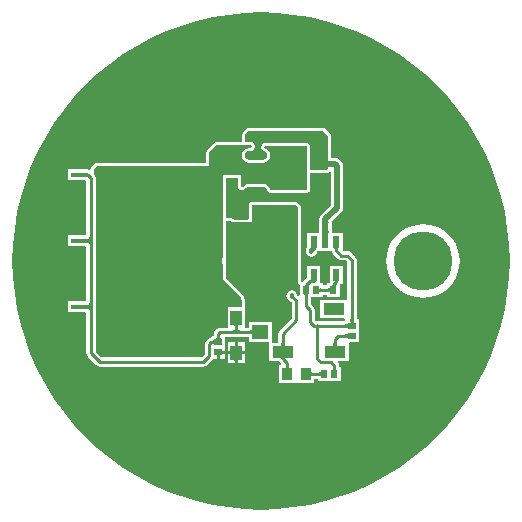
<source format=gbr>
G04 Layer_Physical_Order=2*
G04 Layer_Color=16711680*
%FSLAX25Y25*%
%MOIN*%
%TF.FileFunction,Copper,L2,Bot,Signal*%
%TF.Part,Single*%
G01*
G75*
%ADD13C,0.01000*%
%TA.AperFunction,ConnectorPad*%
%ADD14C,0.19685*%
%TA.AperFunction,ViaPad*%
%ADD15C,0.01800*%
%TA.AperFunction,SMDPad*%
%ADD16R,0.04528X0.01772*%
%TA.AperFunction,SMDPad*%
%ADD17R,0.02362X0.02559*%
%TA.AperFunction,SMDPad*%
%ADD18R,0.02559X0.02362*%
%TA.AperFunction,SMDPad*%
%ADD19R,0.02362X0.03937*%
%TA.AperFunction,SMDPad*%
%ADD20R,0.03858X0.03661*%
%TA.AperFunction,SMDPad*%
%ADD21O,0.13780X0.07874*%
%TA.AperFunction,SMDPad*%
%ADD22O,0.08268X0.02756*%
%TA.AperFunction,SMDPad*%
%ADD23O,0.07480X0.02756*%
%TA.AperFunction,SMDPad*%
%ADD24R,0.03937X0.04921*%
%TA.AperFunction,SMDPad*%
%ADD25R,0.05787X0.04567*%
%TA.AperFunction,SMDPad*%
%ADD26R,0.04921X0.03937*%
%TA.AperFunction,SMDPad*%
%ADD27R,0.03661X0.03858*%
%TA.AperFunction,SMDPad*%
%ADD28R,0.07087X0.03937*%
%TA.AperFunction,SMDPad*%
%ADD29R,0.07086X0.03937*%
%ADD30C,0.02000*%
%ADD31R,0.16500X0.17000*%
%TA.AperFunction,ConnectorPad*%
%ADD32C,0.23622*%
G36*
X399120Y476384D02*
X404516Y475852D01*
X409866Y474969D01*
X415147Y473738D01*
X420335Y472164D01*
X425410Y470254D01*
X430349Y468016D01*
X435131Y465460D01*
X439736Y462597D01*
X444143Y459438D01*
X448335Y455999D01*
X452292Y452292D01*
X455999Y448335D01*
X459438Y444143D01*
X462597Y439736D01*
X465460Y435131D01*
X468016Y430349D01*
X470254Y425410D01*
X472164Y420335D01*
X473738Y415147D01*
X474969Y409866D01*
X475852Y404516D01*
X476384Y399120D01*
X476561Y393701D01*
X476384Y388281D01*
X475852Y382885D01*
X474969Y377536D01*
X473738Y372255D01*
X472164Y367066D01*
X470254Y361991D01*
X468016Y357052D01*
X465460Y352271D01*
X462597Y347666D01*
X459438Y343259D01*
X455999Y339067D01*
X452292Y335110D01*
X448335Y331403D01*
X444143Y327963D01*
X439736Y324805D01*
X435131Y321941D01*
X430349Y319386D01*
X425410Y317148D01*
X420335Y315238D01*
X415147Y313664D01*
X409866Y312432D01*
X404516Y311549D01*
X399120Y311018D01*
X393701Y310840D01*
X388281Y311018D01*
X382885Y311549D01*
X377536Y312432D01*
X372255Y313664D01*
X367066Y315238D01*
X361991Y317148D01*
X357052Y319386D01*
X352271Y321941D01*
X347666Y324805D01*
X343259Y327963D01*
X339067Y331403D01*
X335110Y335110D01*
X331403Y339067D01*
X327963Y343259D01*
X324805Y347666D01*
X321941Y352271D01*
X319386Y357052D01*
X317148Y361991D01*
X315238Y367066D01*
X313664Y372255D01*
X312432Y377536D01*
X311549Y382885D01*
X311018Y388281D01*
X310840Y393701D01*
X311018Y399120D01*
X311549Y404516D01*
X312432Y409866D01*
X313664Y415147D01*
X315238Y420335D01*
X317148Y425410D01*
X319386Y430349D01*
X321941Y435131D01*
X324805Y439736D01*
X327963Y444143D01*
X331403Y448335D01*
X335110Y452292D01*
X339067Y455999D01*
X343259Y459438D01*
X347666Y462597D01*
X352271Y465460D01*
X357052Y468016D01*
X361991Y470254D01*
X367066Y472164D01*
X372255Y473738D01*
X377536Y474969D01*
X382885Y475852D01*
X388281Y476384D01*
X393701Y476561D01*
X399120Y476384D01*
D02*
G37*
%LPC*%
G36*
X381780Y362827D02*
X380000D01*
Y362170D01*
X380500D01*
X380405Y362160D01*
X380320Y362129D01*
X380245Y362079D01*
X380180Y362008D01*
X380125Y361917D01*
X380080Y361805D01*
X380045Y361674D01*
X380020Y361522D01*
X380005Y361350D01*
X380000Y361158D01*
Y361146D01*
X381780D01*
Y362827D01*
D02*
G37*
G36*
X388469Y362693D02*
X386000D01*
Y360756D01*
X386500D01*
X386405Y360746D01*
X386320Y360716D01*
X386245Y360665D01*
X386180Y360594D01*
X386125Y360503D01*
X386080Y360392D01*
X386045Y360260D01*
X386020Y360109D01*
X386005Y359937D01*
X386000Y359744D01*
Y359732D01*
X388469D01*
Y362693D01*
D02*
G37*
G36*
X385000Y366653D02*
X382531D01*
Y363693D01*
X385000D01*
Y366653D01*
D02*
G37*
G36*
X447736Y405977D02*
X445816Y405826D01*
X443943Y405376D01*
X442163Y404639D01*
X440521Y403632D01*
X439056Y402381D01*
X437805Y400916D01*
X436798Y399274D01*
X436061Y397494D01*
X435611Y395621D01*
X435460Y393701D01*
X435611Y391780D01*
X436061Y389907D01*
X436798Y388128D01*
X437805Y386485D01*
X439056Y385020D01*
X440521Y383769D01*
X442163Y382763D01*
X443943Y382026D01*
X445816Y381576D01*
X447736Y381425D01*
X449657Y381576D01*
X451530Y382026D01*
X453309Y382763D01*
X454952Y383769D01*
X456417Y385020D01*
X457668Y386485D01*
X458674Y388128D01*
X459411Y389907D01*
X459861Y391780D01*
X460012Y393701D01*
X459861Y395621D01*
X459411Y397494D01*
X458674Y399274D01*
X457668Y400916D01*
X456417Y402381D01*
X454952Y403632D01*
X453309Y404639D01*
X451530Y405376D01*
X449657Y405826D01*
X447736Y405977D01*
D02*
G37*
G36*
X388469Y366653D02*
X386000D01*
Y363693D01*
X388469D01*
Y366653D01*
D02*
G37*
G36*
X385000Y362693D02*
X382531D01*
Y359732D01*
X385000D01*
Y359744D01*
X384995Y359937D01*
X384980Y360109D01*
X384955Y360260D01*
X384920Y360392D01*
X384875Y360503D01*
X384820Y360594D01*
X384755Y360665D01*
X384680Y360716D01*
X384595Y360746D01*
X384500Y360756D01*
X385000D01*
Y362693D01*
D02*
G37*
G36*
X414500Y438020D02*
X389500D01*
X389110Y437942D01*
X388779Y437721D01*
X387779Y436721D01*
X387558Y436390D01*
X387480Y436000D01*
Y433520D01*
X379000D01*
X378610Y433442D01*
X378279Y433221D01*
X375779Y430721D01*
X375558Y430390D01*
X375480Y430000D01*
Y426520D01*
X339000D01*
X338610Y426442D01*
X338279Y426221D01*
X337279Y425221D01*
X337058Y424890D01*
X336980Y424500D01*
Y424204D01*
X336480Y423934D01*
X336004Y424029D01*
Y424386D01*
X335030D01*
X334992Y424393D01*
X334954Y424386D01*
X329476D01*
Y420614D01*
X334954D01*
X334992Y420607D01*
X335471Y420461D01*
Y419386D01*
Y415614D01*
Y414386D01*
Y410614D01*
Y409386D01*
Y402539D01*
X334992Y402393D01*
X334954Y402386D01*
X329476D01*
Y398614D01*
X334954D01*
X334992Y398607D01*
X335471Y398461D01*
Y397386D01*
Y393614D01*
Y392386D01*
Y388614D01*
Y387386D01*
Y380539D01*
X334992Y380393D01*
X334954Y380386D01*
X329476D01*
Y376614D01*
X334954D01*
X334992Y376607D01*
X335471Y376461D01*
Y375386D01*
Y371614D01*
Y370386D01*
Y366614D01*
Y365386D01*
Y362879D01*
X335587Y362293D01*
X335919Y361797D01*
X338797Y358919D01*
X339293Y358587D01*
X339879Y358471D01*
X374500D01*
X375085Y358587D01*
X375444Y358827D01*
X375581Y358919D01*
D01*
D01*
X377581Y360919D01*
X377733Y361146D01*
X379000D01*
Y361158D01*
X378995Y361350D01*
X378980Y361522D01*
X378955Y361674D01*
X378920Y361805D01*
X378875Y361917D01*
X378820Y362008D01*
X378755Y362079D01*
X378680Y362129D01*
X378595Y362160D01*
X378500Y362170D01*
X379000D01*
Y363327D01*
X379500D01*
Y363827D01*
X381780D01*
Y364492D01*
Y368467D01*
X389606D01*
Y366713D01*
X396397D01*
X396398Y366710D01*
X396403Y366589D01*
X396436Y366517D01*
X396452Y366439D01*
X396452Y366438D01*
X396461Y366396D01*
X396469Y366376D01*
X396470Y366355D01*
X396484Y366296D01*
Y360442D01*
X399603D01*
X399614Y360388D01*
X399945Y359892D01*
X400446Y359391D01*
X400255Y358929D01*
X399638D01*
Y353071D01*
X405299D01*
Y353071D01*
X405701D01*
Y353071D01*
X411362D01*
Y354471D01*
X412646D01*
Y353720D01*
X420354D01*
Y358279D01*
X419703D01*
Y358827D01*
X419586Y359412D01*
X419255Y359908D01*
X419182Y359981D01*
X419374Y360442D01*
X422902D01*
Y366379D01*
X423292Y366646D01*
X426279D01*
Y369992D01*
Y374354D01*
X425529D01*
Y394000D01*
X425413Y394585D01*
X425081Y395081D01*
X423581Y396582D01*
X423085Y396913D01*
X422500Y397029D01*
X422500Y397029D01*
X421134D01*
X420921Y397242D01*
Y402882D01*
X417354D01*
Y403640D01*
X417359Y403657D01*
X417354Y403695D01*
X417362Y403732D01*
X417354Y403771D01*
Y406214D01*
X417362Y406247D01*
X417360Y406257D01*
X417362Y406267D01*
X417354Y406306D01*
Y406971D01*
X420442Y410058D01*
X420884Y410720D01*
X421039Y411500D01*
X421039Y411500D01*
Y425500D01*
X420884Y426280D01*
X420442Y426942D01*
X420442Y426942D01*
X419910Y427473D01*
X419249Y427915D01*
X418469Y428071D01*
X417020D01*
Y435500D01*
X416942Y435890D01*
X416721Y436221D01*
X415221Y437721D01*
X414890Y437942D01*
X414500Y438020D01*
D02*
G37*
%LPD*%
G36*
X390630Y368996D02*
X390620Y369091D01*
X390590Y369176D01*
X390539Y369251D01*
X390468Y369316D01*
X390377Y369371D01*
X390266Y369416D01*
X390134Y369451D01*
X389983Y369476D01*
X389811Y369491D01*
X389618Y369496D01*
Y370496D01*
X389811Y370501D01*
X389983Y370516D01*
X390134Y370541D01*
X390266Y370576D01*
X390377Y370621D01*
X390468Y370676D01*
X390539Y370741D01*
X390590Y370816D01*
X390620Y370901D01*
X390630Y370996D01*
Y368996D01*
D02*
G37*
G36*
X422745Y367827D02*
X422734Y367922D01*
X422704Y368007D01*
X422653Y368082D01*
X422583Y368147D01*
X422492Y368202D01*
X422380Y368247D01*
X422249Y368282D01*
X422097Y368307D01*
X421925Y368322D01*
X421733Y368327D01*
Y369327D01*
X421925Y369332D01*
X422097Y369347D01*
X422249Y369372D01*
X422380Y369407D01*
X422492Y369452D01*
X422583Y369507D01*
X422653Y369572D01*
X422704Y369647D01*
X422734Y369732D01*
X422745Y369827D01*
Y367827D01*
D02*
G37*
G36*
X380005Y368650D02*
X380020Y368478D01*
X380045Y368326D01*
X380080Y368195D01*
X380125Y368083D01*
X380180Y367992D01*
X380245Y367921D01*
X380320Y367871D01*
X380405Y367841D01*
X380500Y367830D01*
X378500D01*
X378595Y367841D01*
X378680Y367871D01*
X378755Y367921D01*
X378820Y367992D01*
X378875Y368083D01*
X378920Y368195D01*
X378955Y368326D01*
X378980Y368478D01*
X378995Y368650D01*
X379000Y368842D01*
X380000D01*
X380005Y368650D01*
D02*
G37*
G36*
X422745Y371173D02*
X422734Y371268D01*
X422704Y371353D01*
X422653Y371428D01*
X422583Y371493D01*
X422492Y371548D01*
X422380Y371593D01*
X422249Y371628D01*
X422097Y371653D01*
X421925Y371668D01*
X421733Y371673D01*
Y372673D01*
X421925Y372678D01*
X422097Y372693D01*
X422249Y372718D01*
X422380Y372753D01*
X422492Y372798D01*
X422583Y372853D01*
X422653Y372918D01*
X422704Y372993D01*
X422734Y373078D01*
X422745Y373173D01*
Y371173D01*
D02*
G37*
G36*
X414000Y371673D02*
X413810Y371663D01*
X413640Y371633D01*
X413490Y371583D01*
X413360Y371513D01*
X413250Y371423D01*
X413160Y371313D01*
X413090Y371183D01*
X413040Y371033D01*
X413010Y370863D01*
X413000Y370673D01*
X412000D01*
X411993Y370863D01*
X411973Y371033D01*
X411939Y371183D01*
X411892Y371313D01*
X411832Y371423D01*
X411758Y371513D01*
X411670Y371583D01*
X411569Y371633D01*
X411455Y371663D01*
X411327Y371673D01*
X412500Y372673D01*
X414000Y371673D01*
D02*
G37*
G36*
X386405Y372360D02*
X386320Y372330D01*
X386245Y372279D01*
X386180Y372208D01*
X386125Y372117D01*
X386080Y372006D01*
X386045Y371875D01*
X386020Y371723D01*
X386005Y371551D01*
X386002Y371451D01*
X386010Y371306D01*
X386040Y371136D01*
X386090Y370986D01*
X386160Y370856D01*
X386250Y370746D01*
X386360Y370656D01*
X386490Y370586D01*
X386640Y370536D01*
X386810Y370506D01*
X387000Y370496D01*
Y370496D01*
X387000D01*
X387000Y370496D01*
X386500Y369496D01*
X385500D01*
X385500Y369496D01*
X384000Y370496D01*
D01*
X384000Y370496D01*
X384190Y370506D01*
X384360Y370536D01*
X384510Y370586D01*
X384640Y370656D01*
X384750Y370746D01*
X384840Y370856D01*
X384910Y370986D01*
X384960Y371136D01*
X384990Y371306D01*
X384998Y371451D01*
X384995Y371551D01*
X384980Y371723D01*
X384955Y371875D01*
X384920Y372006D01*
X384875Y372117D01*
X384820Y372208D01*
X384755Y372279D01*
X384680Y372330D01*
X384595Y372360D01*
X384500Y372371D01*
X386500D01*
X386405Y372360D01*
D02*
G37*
G36*
X378244Y365673D02*
X378234Y365768D01*
X378204Y365853D01*
X378153Y365928D01*
X378083Y365993D01*
X377992Y366048D01*
X377880Y366093D01*
X377749Y366128D01*
X377597Y366153D01*
X377425Y366168D01*
X377233Y366173D01*
Y367173D01*
X377425Y367178D01*
X377597Y367193D01*
X377749Y367218D01*
X377880Y367253D01*
X377992Y367298D01*
X378083Y367353D01*
X378153Y367418D01*
X378204Y367493D01*
X378234Y367578D01*
X378244Y367673D01*
Y365673D01*
D02*
G37*
G36*
X418678Y358075D02*
X418693Y357903D01*
X418718Y357751D01*
X418753Y357620D01*
X418798Y357508D01*
X418853Y357417D01*
X418918Y357347D01*
X418993Y357296D01*
X419078Y357266D01*
X419173Y357256D01*
X417173D01*
X417268Y357266D01*
X417353Y357296D01*
X417428Y357347D01*
X417493Y357417D01*
X417548Y357508D01*
X417593Y357620D01*
X417628Y357751D01*
X417653Y357903D01*
X417668Y358075D01*
X417673Y358267D01*
X418673D01*
X418678Y358075D01*
D02*
G37*
G36*
X401932Y361462D02*
X401847Y361447D01*
X401772Y361422D01*
X401707Y361388D01*
X401652Y361343D01*
X401607Y361289D01*
X401572Y361225D01*
X401547Y361151D01*
X401532Y361067D01*
X401527Y360973D01*
X400527D01*
X400522Y361067D01*
X400507Y361151D01*
X400482Y361225D01*
X400447Y361289D01*
X400402Y361343D01*
X400347Y361388D01*
X400282Y361422D01*
X400207Y361447D01*
X400122Y361462D01*
X400027Y361467D01*
X402027D01*
X401932Y361462D01*
D02*
G37*
G36*
X402974Y358727D02*
X402988Y358557D01*
X403014Y358407D01*
X403049Y358277D01*
X403093Y358167D01*
X403149Y358077D01*
X403214Y358007D01*
X403289Y357957D01*
X403373Y357927D01*
X403469Y357917D01*
X401469D01*
X401564Y357927D01*
X401649Y357957D01*
X401723Y358007D01*
X401789Y358077D01*
X401844Y358167D01*
X401889Y358277D01*
X401924Y358407D01*
X401948Y358557D01*
X401964Y358727D01*
X401968Y358917D01*
X402969D01*
X402974Y358727D01*
D02*
G37*
G36*
X413670Y355000D02*
X413660Y355095D01*
X413629Y355180D01*
X413579Y355255D01*
X413508Y355320D01*
X413417Y355375D01*
X413305Y355420D01*
X413174Y355455D01*
X413022Y355480D01*
X412850Y355495D01*
X412658Y355500D01*
Y356500D01*
X412850Y356505D01*
X413022Y356520D01*
X413174Y356545D01*
X413305Y356580D01*
X413417Y356625D01*
X413508Y356680D01*
X413579Y356745D01*
X413629Y356820D01*
X413660Y356905D01*
X413670Y357000D01*
Y355000D01*
D02*
G37*
G36*
X418864Y366175D02*
X418879Y366003D01*
X418904Y365851D01*
X418939Y365720D01*
X418984Y365609D01*
X419039Y365517D01*
X419104Y365447D01*
X419179Y365396D01*
X419264Y365366D01*
X419359Y365355D01*
X417359D01*
X417454Y365366D01*
X417539Y365396D01*
X417614Y365447D01*
X417679Y365517D01*
X417734Y365609D01*
X417779Y365720D01*
X417814Y365851D01*
X417839Y366003D01*
X417854Y366175D01*
X417859Y366368D01*
X418859D01*
X418864Y366175D01*
D02*
G37*
G36*
X401532D02*
X401547Y366003D01*
X401572Y365851D01*
X401607Y365720D01*
X401652Y365609D01*
X401707Y365517D01*
X401772Y365447D01*
X401847Y365396D01*
X401932Y365366D01*
X402027Y365355D01*
X400027D01*
X400122Y365366D01*
X400207Y365396D01*
X400282Y365447D01*
X400347Y365517D01*
X400402Y365609D01*
X400447Y365720D01*
X400482Y365851D01*
X400507Y366003D01*
X400522Y366175D01*
X400527Y366368D01*
X401527D01*
X401532Y366175D01*
D02*
G37*
G36*
X410348Y356905D02*
X410379Y356820D01*
X410429Y356745D01*
X410500Y356680D01*
X410591Y356625D01*
X410703Y356580D01*
X410834Y356545D01*
X410986Y356520D01*
X411158Y356505D01*
X411350Y356500D01*
Y355500D01*
X411158Y355495D01*
X410986Y355480D01*
X410834Y355455D01*
X410703Y355420D01*
X410591Y355375D01*
X410500Y355320D01*
X410429Y355255D01*
X410379Y355180D01*
X410348Y355095D01*
X410338Y355000D01*
Y357000D01*
X410348Y356905D01*
D02*
G37*
G36*
X424505Y374150D02*
X424520Y373978D01*
X424545Y373826D01*
X424580Y373695D01*
X424625Y373583D01*
X424680Y373492D01*
X424745Y373421D01*
X424820Y373371D01*
X424905Y373341D01*
X425000Y373330D01*
X423000D01*
X423095Y373341D01*
X423180Y373371D01*
X423255Y373421D01*
X423320Y373492D01*
X423375Y373583D01*
X423420Y373695D01*
X423455Y373826D01*
X423480Y373978D01*
X423495Y374150D01*
X423500Y374342D01*
X424500D01*
X424505Y374150D01*
D02*
G37*
G36*
X416310Y403722D02*
X416282Y403690D01*
X416256Y403637D01*
X416234Y403563D01*
X416216Y403468D01*
X416200Y403351D01*
X416180Y403055D01*
X416173Y402673D01*
X414173D01*
X414172Y402875D01*
X414131Y403468D01*
X414112Y403563D01*
X414090Y403637D01*
X414065Y403690D01*
X414036Y403722D01*
X414004Y403732D01*
X416342D01*
X416310Y403722D01*
D02*
G37*
G36*
X416175Y407406D02*
X416234Y406492D01*
X416256Y406394D01*
X416282Y406324D01*
X416310Y406282D01*
X416342Y406267D01*
X414004D01*
X414036Y406282D01*
X414065Y406324D01*
X414090Y406394D01*
X414112Y406492D01*
X414131Y406619D01*
X414158Y406956D01*
X414173Y407673D01*
X416173D01*
X416175Y407406D01*
D02*
G37*
G36*
X416002Y402380D02*
X416015Y402179D01*
X416027Y402097D01*
X416042Y402027D01*
X416061Y401971D01*
X416083Y401927D01*
X416108Y401895D01*
X416137Y401876D01*
X416169Y401870D01*
X413831D01*
X413863Y401876D01*
X413892Y401895D01*
X413917Y401927D01*
X413939Y401971D01*
X413958Y402027D01*
X413973Y402097D01*
X413985Y402179D01*
X413993Y402273D01*
X414000Y402500D01*
X416000D01*
X416002Y402380D01*
D02*
G37*
G36*
X419645Y397950D02*
X419560Y397929D01*
X419485Y397894D01*
X419420Y397845D01*
X419365Y397783D01*
X419320Y397706D01*
X419285Y397615D01*
X419260Y397511D01*
X419245Y397392D01*
X419240Y397260D01*
X418240D01*
X418235Y397392D01*
X418220Y397511D01*
X418195Y397615D01*
X418160Y397706D01*
X418115Y397783D01*
X418060Y397845D01*
X417995Y397894D01*
X417920Y397929D01*
X417835Y397950D01*
X417740Y397957D01*
X419740D01*
X419645Y397950D01*
D02*
G37*
G36*
X337500Y400500D02*
X336500Y399000D01*
X336490Y399190D01*
X336460Y399360D01*
X336410Y399510D01*
X336340Y399640D01*
X336250Y399750D01*
X336140Y399840D01*
X336010Y399910D01*
X335860Y399960D01*
X335706Y399987D01*
X335482Y399966D01*
X335352Y399940D01*
X335242Y399906D01*
X335152Y399865D01*
X335082Y399817D01*
X335032Y399761D01*
X335002Y399697D01*
X334992Y399626D01*
Y401374D01*
X335002Y401303D01*
X335032Y401239D01*
X335082Y401183D01*
X335152Y401135D01*
X335242Y401093D01*
X335352Y401060D01*
X335482Y401034D01*
X335632Y401015D01*
X335695Y401011D01*
X335860Y401040D01*
X336010Y401090D01*
X336140Y401160D01*
X336250Y401250D01*
X336340Y401360D01*
X336410Y401490D01*
X336460Y401640D01*
X336490Y401810D01*
X336500Y402000D01*
X337500Y400500D01*
D02*
G37*
G36*
X335002Y423303D02*
X335032Y423239D01*
X335082Y423183D01*
X335152Y423135D01*
X335242Y423094D01*
X335352Y423060D01*
X335482Y423034D01*
X335632Y423015D01*
X335802Y423004D01*
X335992Y423000D01*
Y422000D01*
X335802Y421996D01*
X335482Y421966D01*
X335352Y421940D01*
X335242Y421907D01*
X335152Y421865D01*
X335082Y421817D01*
X335032Y421761D01*
X335002Y421697D01*
X334992Y421626D01*
Y423374D01*
X335002Y423303D01*
D02*
G37*
G36*
X415500Y436000D02*
X416000Y435500D01*
Y428500D01*
Y427091D01*
X416197Y427064D01*
X416537Y427040D01*
X416917Y427032D01*
Y425032D01*
X416537Y425023D01*
X416000Y424968D01*
Y424500D01*
X415500Y424000D01*
X410020D01*
Y431000D01*
Y431971D01*
X409942Y432361D01*
X409721Y432692D01*
X409390Y432913D01*
X409000Y432990D01*
X394951D01*
X394889Y432978D01*
X394827Y432983D01*
X394696Y432940D01*
X394560Y432913D01*
X394509Y432878D01*
X394449Y432859D01*
X394345Y432768D01*
X394230Y432692D01*
X394195Y432640D01*
X394148Y432599D01*
X393980Y432385D01*
X393926Y432278D01*
X393856Y432182D01*
X393837Y432102D01*
X393800Y432030D01*
X393792Y431911D01*
X393764Y431795D01*
X393777Y431714D01*
X393771Y431633D01*
X393808Y431520D01*
X393827Y431402D01*
X394031Y430851D01*
X394093Y430750D01*
X394139Y430639D01*
X394197Y430582D01*
X394239Y430513D01*
X394336Y430442D01*
X394420Y430358D01*
X394496Y430327D01*
X394561Y430279D01*
X394678Y430252D01*
X394788Y430206D01*
X394892Y430185D01*
X395341Y429885D01*
X395642Y429435D01*
X395747Y428905D01*
X395642Y428375D01*
X395341Y427926D01*
X394892Y427626D01*
X394262Y427501D01*
X389738D01*
X389108Y427626D01*
X388658Y427926D01*
X388500Y428163D01*
Y429000D01*
Y429648D01*
X388658Y429885D01*
X389108Y430185D01*
X389738Y430310D01*
X390471D01*
X390861Y430388D01*
X391192Y430609D01*
X391413Y430940D01*
X391490Y431330D01*
Y431399D01*
X391570Y431801D01*
Y431946D01*
X391586Y432091D01*
X391570Y432144D01*
Y432199D01*
X391514Y432333D01*
X391474Y432473D01*
X391212Y432972D01*
X391115Y433093D01*
X391030Y433221D01*
X390991Y433247D01*
X390963Y433282D01*
X390827Y433356D01*
X390699Y433442D01*
X390654Y433451D01*
X390613Y433473D01*
X390460Y433490D01*
X390309Y433520D01*
X388500D01*
Y434500D01*
Y436000D01*
X389500Y437000D01*
X414500D01*
X415500Y436000D01*
D02*
G37*
G36*
X390570Y432000D02*
X390471Y431500D01*
Y431330D01*
X389638D01*
X388710Y431145D01*
X387923Y430620D01*
X387398Y429833D01*
X387213Y428905D01*
X387398Y427978D01*
X387923Y427191D01*
X388092Y427078D01*
X388710Y426665D01*
X389638Y426481D01*
X394362D01*
X395290Y426665D01*
X396077Y427191D01*
X396602Y427978D01*
X396787Y428905D01*
X396602Y429833D01*
X396077Y430620D01*
X395290Y431145D01*
X394987Y431206D01*
X394783Y431756D01*
X394951Y431971D01*
X409000D01*
Y431000D01*
Y417500D01*
X396706D01*
X396602Y418022D01*
X396077Y418809D01*
X395290Y419335D01*
X394362Y419519D01*
X389638D01*
X388710Y419335D01*
X387923Y418809D01*
X387692Y418463D01*
X387013Y418343D01*
X386929Y418404D01*
Y418850D01*
Y422299D01*
X381071D01*
Y421500D01*
X381055D01*
X381047Y421479D01*
X381020Y421343D01*
X381020Y421242D01*
X381000Y421144D01*
Y408020D01*
X381078Y407629D01*
X381157Y407510D01*
X381078Y407390D01*
X381000Y407000D01*
Y405249D01*
Y395605D01*
X380850Y393701D01*
X381000Y391797D01*
Y387922D01*
X381078Y387532D01*
X381299Y387201D01*
X386961Y381540D01*
X387013Y381461D01*
X387051Y381270D01*
X387093Y381169D01*
X387116Y381063D01*
X387248Y380757D01*
Y379000D01*
X387294Y378768D01*
X387053Y378360D01*
X386953Y378268D01*
X382531D01*
Y371526D01*
X379996D01*
X379411Y371409D01*
X378915Y371077D01*
X378419Y370581D01*
X378087Y370085D01*
X377971Y369500D01*
Y368854D01*
X377221D01*
Y368203D01*
X377173D01*
X376588Y368086D01*
X376092Y367755D01*
X375419Y367081D01*
X375087Y366585D01*
X374971Y366000D01*
Y362633D01*
X373867Y361529D01*
X340512D01*
X338529Y363512D01*
Y378500D01*
Y400500D01*
Y421500D01*
X338413Y422085D01*
X338081Y422581D01*
X338000Y422663D01*
Y424500D01*
X339000Y425500D01*
X376500D01*
Y430000D01*
X379000Y432500D01*
X390309D01*
X390570Y432000D01*
D02*
G37*
G36*
X404992Y412481D02*
X405071Y412429D01*
X405929Y411571D01*
X405981Y411492D01*
X406000Y411400D01*
X406000Y411400D01*
X406000Y411400D01*
Y407952D01*
Y405614D01*
Y394500D01*
Y392000D01*
Y391797D01*
Y386722D01*
X406010Y386672D01*
X406005Y386622D01*
X406048Y386479D01*
X406078Y386332D01*
X406106Y386290D01*
X406120Y386241D01*
X406215Y386126D01*
X406299Y386001D01*
X406341Y385973D01*
X406373Y385934D01*
X406505Y385863D01*
X406629Y385780D01*
X406646Y385777D01*
Y382420D01*
X406161Y382187D01*
X405861Y382385D01*
X405790Y382741D01*
X405500Y383175D01*
X405370Y383370D01*
X404741Y383790D01*
X404000Y383937D01*
X403259Y383790D01*
X402630Y383370D01*
X402210Y382741D01*
X402063Y382000D01*
X402210Y381259D01*
X402630Y380630D01*
X403259Y380210D01*
X403718Y380119D01*
X403971Y379867D01*
Y374634D01*
X399945Y370608D01*
X399614Y370112D01*
X399498Y369527D01*
Y366500D01*
X397484D01*
X397461Y366595D01*
X397426Y366770D01*
X397414Y366788D01*
X397409Y366809D01*
X397394Y366829D01*
Y373280D01*
X389606D01*
Y371526D01*
X388469D01*
Y378268D01*
X388469Y378268D01*
X388304Y378624D01*
X388294Y378795D01*
Y378967D01*
X388288Y379000D01*
X388268D01*
Y379100D01*
Y380757D01*
X388266Y380765D01*
X388268Y380774D01*
X388227Y380960D01*
X388190Y381147D01*
X388185Y381154D01*
X388184Y381163D01*
X388141Y381260D01*
X388091Y381376D01*
X388091Y381376D01*
X388051Y381469D01*
X388032Y381567D01*
D01*
X388017Y381641D01*
X388013Y381660D01*
X387904Y381924D01*
X387902Y381930D01*
X387899Y381934D01*
X387861Y382027D01*
X387861Y382027D01*
X387861Y382027D01*
X387808Y382106D01*
X387737Y382177D01*
X387682Y382260D01*
X382091Y387851D01*
X382020Y387922D01*
Y388023D01*
Y391797D01*
X382012Y391837D01*
X382016Y391877D01*
X381873Y393701D01*
X382016Y395525D01*
X382012Y395565D01*
X382020Y395605D01*
Y396652D01*
Y405249D01*
Y407000D01*
X383632D01*
X383721Y406982D01*
X383732Y406971D01*
Y406531D01*
X390653D01*
Y412368D01*
X390667Y412433D01*
Y412456D01*
X390690Y412458D01*
X390754Y412475D01*
X391141Y412500D01*
X404900D01*
X404992Y412481D01*
D02*
G37*
G36*
X416961Y423312D02*
Y412345D01*
X413731Y409115D01*
X413289Y408454D01*
X413134Y407673D01*
Y407279D01*
X412992D01*
Y407279D01*
Y402882D01*
X409079D01*
Y398293D01*
X408710Y397741D01*
X408563Y397000D01*
X408710Y396259D01*
X409130Y395630D01*
X409759Y395210D01*
X410500Y395063D01*
X411241Y395210D01*
X411870Y395630D01*
D01*
X411870Y395630D01*
X412290Y396259D01*
X412387Y396746D01*
X412519Y396945D01*
X417273D01*
X417327Y396675D01*
X417659Y396178D01*
X419419Y394419D01*
X419915Y394087D01*
X420500Y393971D01*
X421867D01*
X422471Y393367D01*
Y380557D01*
X413426D01*
Y374620D01*
X421330D01*
X421721Y374354D01*
Y373703D01*
X411960D01*
X411529Y374133D01*
Y377500D01*
X411413Y378085D01*
X411081Y378581D01*
X410356Y379307D01*
Y381720D01*
X414354D01*
Y382471D01*
X415646D01*
Y381720D01*
X420008D01*
Y385938D01*
X420129Y386118D01*
X420921D01*
Y392055D01*
X416559D01*
Y386629D01*
X416414Y386412D01*
X416387Y386280D01*
X415646D01*
Y385529D01*
X414354D01*
Y386280D01*
X413441D01*
Y391559D01*
Y392055D01*
X409079D01*
Y392000D01*
Y388201D01*
X408958Y388121D01*
X407745Y386908D01*
X407520Y386570D01*
X407020Y386722D01*
Y392000D01*
Y394500D01*
Y405614D01*
Y411400D01*
X407000Y411498D01*
X407000Y411599D01*
X406982Y411691D01*
Y411691D01*
X406982Y411691D01*
X406943Y411784D01*
X406942Y411790D01*
X406939Y411795D01*
X406872Y411955D01*
X406871Y411961D01*
X406868Y411966D01*
X406829Y412059D01*
X406812Y412085D01*
X406777Y412137D01*
X406706Y412208D01*
X406650Y412292D01*
X405792Y413150D01*
X405709Y413206D01*
X405638Y413277D01*
X405604Y413299D01*
X405559Y413329D01*
X405559Y413329D01*
X405559Y413329D01*
X405466Y413368D01*
X405461Y413371D01*
X405455Y413372D01*
X405295Y413439D01*
X405290Y413442D01*
X405284Y413443D01*
X405191Y413482D01*
X405098Y413500D01*
X404998D01*
X404900Y413520D01*
X391141D01*
X391108Y413513D01*
X391075Y413518D01*
X390588Y413486D01*
X390427Y413443D01*
X390263Y413411D01*
X390236Y413392D01*
X390203Y413383D01*
X390071Y413282D01*
X389933Y413190D01*
X389914Y413162D01*
X389887Y413141D01*
X389804Y412997D01*
X389712Y412859D01*
X389705Y412826D01*
X389688Y412797D01*
X389667Y412632D01*
X389634Y412468D01*
Y407551D01*
X384567D01*
X384453Y407721D01*
X384122Y407942D01*
X383732Y408020D01*
X382020D01*
Y421144D01*
X382047Y421280D01*
X385910D01*
Y418404D01*
X385925Y418325D01*
X385922Y418245D01*
X385964Y418132D01*
X385987Y418014D01*
X386032Y417947D01*
X386060Y417872D01*
X386141Y417783D01*
X386208Y417683D01*
X386275Y417639D01*
X386330Y417580D01*
X386413Y417519D01*
X386421Y417515D01*
X386428Y417508D01*
X386602Y417432D01*
X386775Y417352D01*
X386784Y417352D01*
X386792Y417348D01*
X386982Y417344D01*
X387172Y417337D01*
X387181Y417340D01*
X387190Y417339D01*
X387869Y417459D01*
X387880Y417463D01*
X387891D01*
X388065Y417535D01*
X388240Y417603D01*
X388248Y417611D01*
X388259Y417616D01*
X388392Y417748D01*
X388527Y417878D01*
X388532Y417889D01*
X388540Y417897D01*
X388658Y418074D01*
X389108Y418374D01*
X389738Y418499D01*
X394262D01*
X394892Y418374D01*
X395341Y418074D01*
X395642Y417625D01*
X395706Y417301D01*
X395744Y417208D01*
X395764Y417110D01*
X395820Y417026D01*
X395858Y416933D01*
X395929Y416862D01*
X395985Y416779D01*
X396069Y416723D01*
X396140Y416652D01*
X396232Y416614D01*
X396316Y416558D01*
X396414Y416538D01*
X396507Y416500D01*
X396608D01*
X396706Y416480D01*
X409000D01*
X409390Y416558D01*
X409721Y416779D01*
X409942Y417110D01*
X410020Y417500D01*
Y422980D01*
X415500D01*
X415890Y423058D01*
X416221Y423279D01*
X416461Y423519D01*
X416961Y423312D01*
D02*
G37*
G36*
X413341Y384905D02*
X413371Y384820D01*
X413421Y384745D01*
X413492Y384680D01*
X413583Y384625D01*
X413695Y384580D01*
X413826Y384545D01*
X413978Y384520D01*
X414150Y384505D01*
X414342Y384500D01*
Y383500D01*
X414150Y383495D01*
X413978Y383480D01*
X413826Y383455D01*
X413695Y383420D01*
X413583Y383375D01*
X413492Y383320D01*
X413421Y383255D01*
X413371Y383180D01*
X413341Y383095D01*
X413330Y383000D01*
Y385000D01*
X413341Y384905D01*
D02*
G37*
G36*
X416670Y383000D02*
X416660Y383095D01*
X416629Y383180D01*
X416579Y383255D01*
X416508Y383320D01*
X416417Y383375D01*
X416305Y383420D01*
X416174Y383455D01*
X416022Y383480D01*
X415850Y383495D01*
X415658Y383500D01*
Y384500D01*
X415850Y384505D01*
X416022Y384520D01*
X416174Y384545D01*
X416305Y384580D01*
X416417Y384625D01*
X416508Y384680D01*
X416579Y384745D01*
X416629Y384820D01*
X416660Y384905D01*
X416670Y385000D01*
Y383000D01*
D02*
G37*
G36*
X409732Y382722D02*
X409647Y382693D01*
X409572Y382643D01*
X409507Y382573D01*
X409452Y382483D01*
X409407Y382372D01*
X409372Y382242D01*
X409347Y382092D01*
X409332Y381923D01*
X409327Y381733D01*
X408327D01*
X408322Y381923D01*
X408307Y382092D01*
X408282Y382242D01*
X408247Y382372D01*
X408202Y382483D01*
X408147Y382573D01*
X408082Y382643D01*
X408007Y382693D01*
X407922Y382722D01*
X407827Y382733D01*
X409827D01*
X409732Y382722D01*
D02*
G37*
G36*
X337500Y378500D02*
X336500Y377000D01*
X336490Y377190D01*
X336460Y377360D01*
X336410Y377510D01*
X336340Y377640D01*
X336250Y377750D01*
X336140Y377840D01*
X336010Y377910D01*
X335860Y377960D01*
X335706Y377987D01*
X335482Y377966D01*
X335352Y377940D01*
X335242Y377906D01*
X335152Y377865D01*
X335082Y377817D01*
X335032Y377761D01*
X335002Y377697D01*
X334992Y377626D01*
Y379374D01*
X335002Y379303D01*
X335032Y379239D01*
X335082Y379183D01*
X335152Y379135D01*
X335242Y379094D01*
X335352Y379060D01*
X335482Y379034D01*
X335632Y379015D01*
X335695Y379011D01*
X335860Y379040D01*
X336010Y379090D01*
X336140Y379160D01*
X336250Y379250D01*
X336340Y379360D01*
X336410Y379490D01*
X336460Y379640D01*
X336490Y379810D01*
X336500Y380000D01*
X337500Y378500D01*
D02*
G37*
G36*
X404903Y381953D02*
X404914Y381911D01*
X404932Y381865D01*
X404957Y381816D01*
X404990Y381763D01*
X405030Y381706D01*
X405133Y381582D01*
X405195Y381514D01*
X405265Y381443D01*
X404557Y380735D01*
X404486Y380805D01*
X404294Y380970D01*
X404237Y381010D01*
X404184Y381043D01*
X404135Y381068D01*
X404089Y381086D01*
X404047Y381097D01*
X404009Y381100D01*
X404900Y381991D01*
X404903Y381953D01*
D02*
G37*
G36*
X412165Y387129D02*
X411885Y387107D01*
X411840Y387097D01*
X411805Y387086D01*
X411780Y387072D01*
X411765Y387057D01*
X411760Y387039D01*
X410760D01*
X410755Y387057D01*
X410740Y387072D01*
X410715Y387086D01*
X410680Y387097D01*
X410635Y387107D01*
X410580Y387116D01*
X410440Y387126D01*
X410260Y387130D01*
X412260D01*
X412165Y387129D01*
D02*
G37*
G36*
X411063Y397957D02*
X412260D01*
X412165Y397955D01*
X412005Y397939D01*
X411940Y397925D01*
X411885Y397908D01*
X411840Y397886D01*
X411805Y397860D01*
X411780Y397831D01*
X411765Y397797D01*
X411760Y397760D01*
X411260D01*
X411613Y397406D01*
X411573Y397364D01*
X411504Y397280D01*
X411476Y397239D01*
X411452Y397199D01*
X411433Y397160D01*
X411418Y397121D01*
X411408Y397083D01*
X411402Y397046D01*
X411400Y397009D01*
X410509Y397900D01*
X410546Y397902D01*
X410583Y397908D01*
X410610Y397916D01*
X410580Y397925D01*
X410515Y397939D01*
X410440Y397949D01*
X410355Y397955D01*
X410260Y397957D01*
X410707D01*
X410739Y397976D01*
X410780Y398004D01*
X410821Y398036D01*
X410864Y398073D01*
X410906Y398113D01*
X411063Y397957D01*
D02*
G37*
G36*
X419645Y387126D02*
X419560Y387115D01*
X419485Y387095D01*
X419420Y387068D01*
X419365Y387033D01*
X419320Y386990D01*
X419285Y386939D01*
X419260Y386880D01*
X419245Y386814D01*
X419240Y386740D01*
X418240D01*
X418235Y386814D01*
X418220Y386880D01*
X418195Y386939D01*
X418160Y386990D01*
X418115Y387033D01*
X418060Y387068D01*
X417995Y387095D01*
X417920Y387115D01*
X417835Y387126D01*
X417740Y387130D01*
X419740D01*
X419645Y387126D01*
D02*
G37*
G36*
X409332Y385718D02*
X409347Y385621D01*
X409372Y385535D01*
X409407Y385461D01*
X409452Y385398D01*
X409507Y385347D01*
X409572Y385307D01*
X409647Y385278D01*
X409732Y385261D01*
X409827Y385256D01*
X407827D01*
X407922Y385261D01*
X408007Y385278D01*
X408082Y385307D01*
X408147Y385347D01*
X408202Y385398D01*
X408247Y385461D01*
X408282Y385535D01*
X408307Y385621D01*
X408322Y385718D01*
X408327Y385827D01*
X409327D01*
X409332Y385718D01*
D02*
G37*
G36*
X418332D02*
X418347Y385621D01*
X418372Y385535D01*
X418407Y385461D01*
X418452Y385398D01*
X418507Y385347D01*
X418572Y385307D01*
X418647Y385278D01*
X418732Y385261D01*
X418827Y385256D01*
X416827D01*
X416922Y385261D01*
X417007Y385278D01*
X417082Y385307D01*
X417147Y385347D01*
X417202Y385398D01*
X417247Y385461D01*
X417282Y385535D01*
X417307Y385621D01*
X417322Y385718D01*
X417327Y385827D01*
X418327D01*
X418332Y385718D01*
D02*
G37*
D13*
X422500Y395500D02*
X424000Y394000D01*
X422500Y395500D02*
Y395500D01*
X420500Y395500D02*
X422500D01*
X418359Y363411D02*
Y367859D01*
X419327Y368827D01*
X424000D01*
Y372173D02*
Y394000D01*
X410000Y373500D02*
X411327Y372173D01*
X410000Y373500D02*
Y377500D01*
X408827Y378673D02*
X410000Y377500D01*
X408827Y378673D02*
Y384000D01*
X401027Y369527D02*
X405500Y374000D01*
X401027Y363411D02*
Y369527D01*
X405500Y374000D02*
Y380500D01*
X404000Y382000D02*
X405500Y380500D01*
X410500Y397000D02*
X411260Y397760D01*
Y399913D01*
X418740Y397260D02*
X420500Y395500D01*
X418740Y397260D02*
Y399913D01*
X410039Y387039D02*
X411260D01*
X408827Y384000D02*
Y385827D01*
X410039Y387039D01*
X411260D02*
Y389087D01*
X412173Y384000D02*
X417827D01*
Y385827D01*
X418740Y386740D01*
Y389087D01*
X393500Y393500D02*
X393701Y393701D01*
X393500Y377004D02*
Y393500D01*
X379500Y369500D02*
X379996Y369996D01*
X379500Y366673D02*
Y369500D01*
X377173Y366673D02*
X379500D01*
X376500Y366000D02*
X377173Y366673D01*
X376500Y362000D02*
Y366000D01*
X374500Y360000D02*
X376500Y362000D01*
X339879Y360000D02*
X374500D01*
X337000Y362879D02*
X339879Y360000D01*
X336000Y422500D02*
X337000Y421500D01*
X332740Y422500D02*
X336000D01*
X332740Y400500D02*
X337000D01*
Y421500D01*
X332740Y378500D02*
X337000D01*
Y362879D02*
Y378500D01*
Y400500D01*
X385500Y369996D02*
Y374807D01*
Y369996D02*
X385500Y369996D01*
X379996D02*
X385500D01*
X393500D01*
X379500Y357500D02*
Y363327D01*
X385500Y357500D02*
Y363193D01*
X412500Y361000D02*
Y372173D01*
Y361000D02*
X413557Y359943D01*
X417058D01*
X418173Y358827D01*
Y356000D02*
Y358827D01*
X411327Y372173D02*
X412500D01*
X424000D01*
X408532Y356000D02*
X414827D01*
X408532Y356000D02*
X408532Y356000D01*
X402468Y356000D02*
Y359531D01*
X401027Y360973D02*
Y363411D01*
Y360973D02*
X402468Y359531D01*
D14*
X447736Y393701D02*
D03*
X366683Y346905D02*
D03*
X366683Y440497D02*
D03*
D15*
X351000Y385500D02*
D03*
Y387500D02*
D03*
Y389500D02*
D03*
X404000Y382000D02*
D03*
X410500Y397000D02*
D03*
X371000Y366500D02*
D03*
X373000D02*
D03*
Y368500D02*
D03*
X371000D02*
D03*
X369000D02*
D03*
Y366500D02*
D03*
X367000D02*
D03*
Y368500D02*
D03*
Y370500D02*
D03*
X369000D02*
D03*
X371000D02*
D03*
X373000D02*
D03*
Y372500D02*
D03*
X371000D02*
D03*
X369000D02*
D03*
X367000D02*
D03*
Y374500D02*
D03*
X369000D02*
D03*
X371000D02*
D03*
X373000D02*
D03*
Y376500D02*
D03*
X371000D02*
D03*
X369000D02*
D03*
X367000D02*
D03*
Y378500D02*
D03*
X369000D02*
D03*
X371000D02*
D03*
X373000D02*
D03*
Y380500D02*
D03*
X371000D02*
D03*
X369000D02*
D03*
X367000D02*
D03*
Y382500D02*
D03*
X369000D02*
D03*
X371000D02*
D03*
X373000D02*
D03*
X365000Y366500D02*
D03*
Y368500D02*
D03*
Y370500D02*
D03*
Y372500D02*
D03*
Y374500D02*
D03*
Y376500D02*
D03*
Y378500D02*
D03*
Y380500D02*
D03*
Y382500D02*
D03*
Y384500D02*
D03*
X367000D02*
D03*
X369000D02*
D03*
X371000D02*
D03*
X373000D02*
D03*
Y386500D02*
D03*
X371000D02*
D03*
X369000D02*
D03*
X367000D02*
D03*
D03*
X365000D02*
D03*
X363000D02*
D03*
Y384500D02*
D03*
Y382500D02*
D03*
Y380500D02*
D03*
Y378500D02*
D03*
Y376500D02*
D03*
Y374500D02*
D03*
Y372500D02*
D03*
Y370500D02*
D03*
Y368500D02*
D03*
Y366500D02*
D03*
X359000D02*
D03*
X361000D02*
D03*
X359000Y368500D02*
D03*
Y370500D02*
D03*
Y372500D02*
D03*
Y374500D02*
D03*
Y376500D02*
D03*
Y378500D02*
D03*
Y380500D02*
D03*
Y382500D02*
D03*
X361000Y368500D02*
D03*
Y370500D02*
D03*
Y372500D02*
D03*
Y374500D02*
D03*
Y376500D02*
D03*
Y378500D02*
D03*
Y380500D02*
D03*
Y382500D02*
D03*
Y384500D02*
D03*
Y386500D02*
D03*
X373000Y388500D02*
D03*
X371000D02*
D03*
X369000D02*
D03*
X367000D02*
D03*
Y390500D02*
D03*
X369000D02*
D03*
X371000D02*
D03*
X373000D02*
D03*
Y392500D02*
D03*
X371000D02*
D03*
X369000D02*
D03*
X367000D02*
D03*
X365000D02*
D03*
Y390500D02*
D03*
Y388500D02*
D03*
X363000D02*
D03*
Y390500D02*
D03*
Y392500D02*
D03*
X365000Y394500D02*
D03*
X363000D02*
D03*
X367000D02*
D03*
X369000D02*
D03*
X371000D02*
D03*
X373000D02*
D03*
Y396500D02*
D03*
X371000D02*
D03*
D03*
X369000D02*
D03*
X367000D02*
D03*
X365000D02*
D03*
X363000D02*
D03*
X361000D02*
D03*
Y394500D02*
D03*
Y392500D02*
D03*
Y390500D02*
D03*
Y388500D02*
D03*
X359000D02*
D03*
Y390500D02*
D03*
Y392500D02*
D03*
Y394500D02*
D03*
Y396500D02*
D03*
X373000Y398500D02*
D03*
X371000D02*
D03*
X369000D02*
D03*
X367000D02*
D03*
Y400500D02*
D03*
X369000D02*
D03*
X371000D02*
D03*
X373000D02*
D03*
Y402500D02*
D03*
X371000D02*
D03*
X369000D02*
D03*
X367000D02*
D03*
X365000D02*
D03*
Y400500D02*
D03*
Y398500D02*
D03*
X363000D02*
D03*
Y400500D02*
D03*
Y402500D02*
D03*
X361000Y398500D02*
D03*
Y400500D02*
D03*
X359000Y398500D02*
D03*
Y400500D02*
D03*
Y402500D02*
D03*
Y404500D02*
D03*
X361000Y402500D02*
D03*
X373000Y404500D02*
D03*
X371000D02*
D03*
X369000D02*
D03*
X367000D02*
D03*
X365000D02*
D03*
X363000D02*
D03*
X373000Y406500D02*
D03*
X371000D02*
D03*
Y408500D02*
D03*
X373000D02*
D03*
Y410500D02*
D03*
X371000D02*
D03*
Y412500D02*
D03*
X373000D02*
D03*
Y414500D02*
D03*
X371000D02*
D03*
X373000Y416500D02*
D03*
X371000D02*
D03*
Y418500D02*
D03*
X373000D02*
D03*
Y422500D02*
D03*
Y420500D02*
D03*
X371000D02*
D03*
Y422500D02*
D03*
X369000Y406500D02*
D03*
X367000D02*
D03*
X365000D02*
D03*
X363000D02*
D03*
X361000Y404500D02*
D03*
Y406500D02*
D03*
Y408500D02*
D03*
X363000D02*
D03*
X365000D02*
D03*
X367000D02*
D03*
X369000D02*
D03*
X367000Y410500D02*
D03*
X369000D02*
D03*
Y412500D02*
D03*
X367000D02*
D03*
X365000D02*
D03*
Y410500D02*
D03*
X363000D02*
D03*
Y412500D02*
D03*
X367000Y414500D02*
D03*
X369000D02*
D03*
Y416500D02*
D03*
X367000D02*
D03*
Y418500D02*
D03*
X369000D02*
D03*
Y420500D02*
D03*
Y422500D02*
D03*
X367000Y420500D02*
D03*
Y422500D02*
D03*
X365000D02*
D03*
Y420500D02*
D03*
Y418500D02*
D03*
Y416500D02*
D03*
Y414500D02*
D03*
X363000D02*
D03*
Y416500D02*
D03*
Y418500D02*
D03*
Y420500D02*
D03*
Y422500D02*
D03*
X361000D02*
D03*
Y420500D02*
D03*
Y418500D02*
D03*
Y416500D02*
D03*
Y414500D02*
D03*
Y412500D02*
D03*
Y410500D02*
D03*
X359000D02*
D03*
Y412500D02*
D03*
Y414500D02*
D03*
Y416500D02*
D03*
Y418500D02*
D03*
Y420500D02*
D03*
Y422500D02*
D03*
Y408500D02*
D03*
Y406500D02*
D03*
Y386500D02*
D03*
Y384500D02*
D03*
X357000Y404500D02*
D03*
X355000D02*
D03*
X353000D02*
D03*
X351000D02*
D03*
X349000D02*
D03*
X347000D02*
D03*
X345000D02*
D03*
X343000D02*
D03*
X341000D02*
D03*
X357000Y382500D02*
D03*
X355000D02*
D03*
X353000D02*
D03*
X351000D02*
D03*
X349000D02*
D03*
X347000D02*
D03*
X345000D02*
D03*
X343000D02*
D03*
X341000D02*
D03*
X373000Y364500D02*
D03*
X371000D02*
D03*
X369000D02*
D03*
X367000D02*
D03*
X365000D02*
D03*
X363000D02*
D03*
X361000D02*
D03*
X359000D02*
D03*
X351000Y407500D02*
D03*
X349000D02*
D03*
X347000D02*
D03*
X345000D02*
D03*
X343000D02*
D03*
X341000D02*
D03*
Y409500D02*
D03*
X343000D02*
D03*
X345000D02*
D03*
X347000D02*
D03*
X349000D02*
D03*
X351000D02*
D03*
Y411500D02*
D03*
X349000D02*
D03*
X347000D02*
D03*
X345000D02*
D03*
X343000D02*
D03*
X341000D02*
D03*
X349000Y385500D02*
D03*
X347000D02*
D03*
X345000D02*
D03*
X343000D02*
D03*
X341000D02*
D03*
Y387500D02*
D03*
X343000D02*
D03*
X345000D02*
D03*
X347000D02*
D03*
X349000D02*
D03*
Y389500D02*
D03*
X347000D02*
D03*
X345000D02*
D03*
X343000D02*
D03*
X341000D02*
D03*
D16*
X332740Y363500D02*
D03*
Y368500D02*
D03*
Y373500D02*
D03*
Y378500D02*
D03*
X355260Y363500D02*
D03*
Y368500D02*
D03*
Y373500D02*
D03*
Y378500D02*
D03*
X332740Y407500D02*
D03*
Y412500D02*
D03*
Y417500D02*
D03*
Y422500D02*
D03*
X355260Y407500D02*
D03*
Y412500D02*
D03*
Y417500D02*
D03*
Y422500D02*
D03*
X332740Y385500D02*
D03*
Y390500D02*
D03*
Y395500D02*
D03*
Y400500D02*
D03*
X355260Y385500D02*
D03*
Y390500D02*
D03*
Y395500D02*
D03*
Y400500D02*
D03*
D17*
X411827Y405000D02*
D03*
X415173D02*
D03*
X408827Y384000D02*
D03*
X412173D02*
D03*
X417827D02*
D03*
X421173D02*
D03*
X418173Y356000D02*
D03*
X414827D02*
D03*
D18*
X424000Y368827D02*
D03*
Y372173D02*
D03*
X379500Y363327D02*
D03*
Y366673D02*
D03*
D19*
X418740Y399913D02*
D03*
X415000D02*
D03*
X411260D02*
D03*
Y389087D02*
D03*
X415000D02*
D03*
X418740D02*
D03*
D20*
X413000Y419969D02*
D03*
Y426031D02*
D03*
X384000Y419468D02*
D03*
Y425531D02*
D03*
D21*
X401842Y423000D02*
D03*
D22*
X392394D02*
D03*
D23*
X392000Y428905D02*
D03*
Y417095D02*
D03*
D24*
X385500Y374807D02*
D03*
Y363193D02*
D03*
D25*
X393500Y377004D02*
D03*
Y369996D02*
D03*
D26*
X398807Y409500D02*
D03*
X387193D02*
D03*
D27*
X408532Y356000D02*
D03*
X402468D02*
D03*
D28*
X417969Y377588D02*
D03*
D29*
X418359Y363411D02*
D03*
X401027D02*
D03*
D30*
X415000Y402500D02*
X415173Y402673D01*
X415000Y399913D02*
Y402500D01*
X415173Y402673D02*
Y405000D01*
Y407673D02*
X419000Y411500D01*
X415173Y405000D02*
Y407673D01*
X419000Y411500D02*
Y425500D01*
X418469Y426031D02*
X419000Y425500D01*
X413000Y426031D02*
X418469D01*
D31*
X347750Y371000D02*
D03*
Y415000D02*
D03*
Y393000D02*
D03*
D32*
X393701Y393701D02*
D03*
%TF.MD5,3037CFF923469A5E50314EDF3BCE1161*%
M02*

</source>
